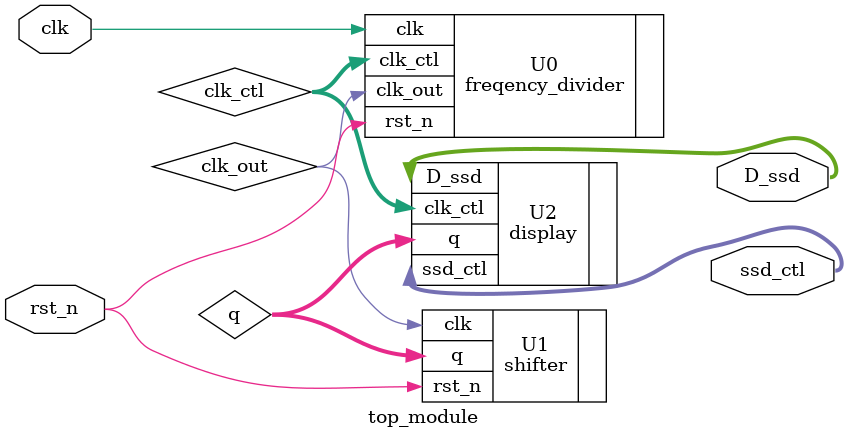
<source format=v>
`timescale 1ns / 1ps


module top_module(clk, rst_n, ssd_ctl, D_ssd);
input clk, rst_n;
output [3:0] ssd_ctl;
output [7:0] D_ssd;
wire clk_out;
wire [1:0] clk_ctl;
wire [5:0] q;

freqency_divider U0(
    .clk_out(clk_out),    //divided clock output
    .clk_ctl(clk_ctl),    //divided clock output for scan frequency
    .clk(clk),        //global clock input
    .rst_n(rst_n)       //active low reset
);

shifter U1(
    .q(q),
    .clk(clk_out),
    .rst_n(rst_n)
);

display U2(
    .D_ssd(D_ssd),
    .ssd_ctl(ssd_ctl),
    .clk_ctl(clk_ctl),
    .q(q)
);

endmodule

</source>
